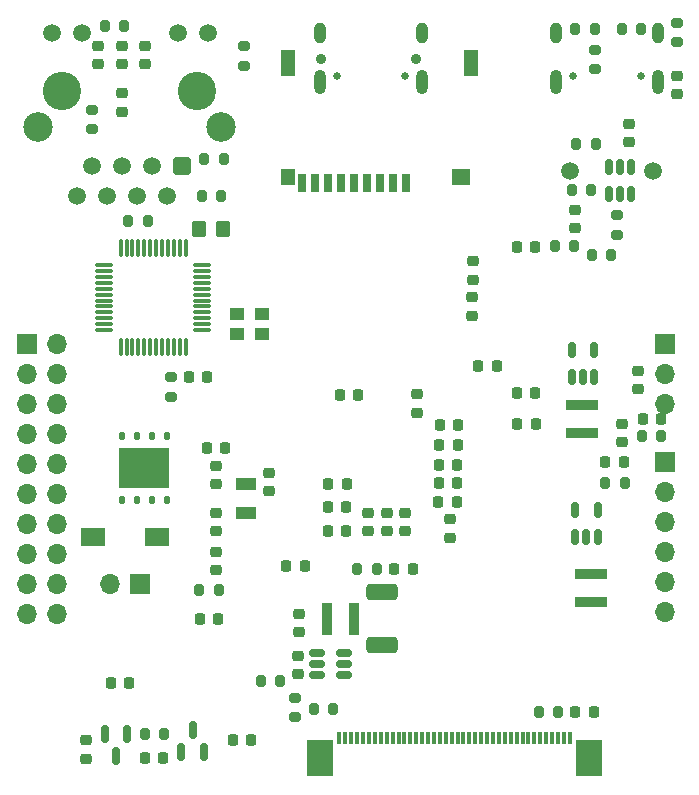
<source format=gbr>
%TF.GenerationSoftware,KiCad,Pcbnew,8.0.4-8.0.4-0~ubuntu24.04.1*%
%TF.CreationDate,2024-08-30T09:50:50+03:00*%
%TF.ProjectId,displinux,64697370-6c69-46e7-9578-2e6b69636164,rev?*%
%TF.SameCoordinates,Original*%
%TF.FileFunction,Soldermask,Bot*%
%TF.FilePolarity,Negative*%
%FSLAX46Y46*%
G04 Gerber Fmt 4.6, Leading zero omitted, Abs format (unit mm)*
G04 Created by KiCad (PCBNEW 8.0.4-8.0.4-0~ubuntu24.04.1) date 2024-08-30 09:50:50*
%MOMM*%
%LPD*%
G01*
G04 APERTURE LIST*
G04 Aperture macros list*
%AMRoundRect*
0 Rectangle with rounded corners*
0 $1 Rounding radius*
0 $2 $3 $4 $5 $6 $7 $8 $9 X,Y pos of 4 corners*
0 Add a 4 corners polygon primitive as box body*
4,1,4,$2,$3,$4,$5,$6,$7,$8,$9,$2,$3,0*
0 Add four circle primitives for the rounded corners*
1,1,$1+$1,$2,$3*
1,1,$1+$1,$4,$5*
1,1,$1+$1,$6,$7*
1,1,$1+$1,$8,$9*
0 Add four rect primitives between the rounded corners*
20,1,$1+$1,$2,$3,$4,$5,0*
20,1,$1+$1,$4,$5,$6,$7,0*
20,1,$1+$1,$6,$7,$8,$9,0*
20,1,$1+$1,$8,$9,$2,$3,0*%
G04 Aperture macros list end*
%ADD10RoundRect,0.200000X0.200000X0.275000X-0.200000X0.275000X-0.200000X-0.275000X0.200000X-0.275000X0*%
%ADD11RoundRect,0.250000X0.350000X0.450000X-0.350000X0.450000X-0.350000X-0.450000X0.350000X-0.450000X0*%
%ADD12C,0.650000*%
%ADD13O,1.000000X2.100000*%
%ADD14O,1.000000X1.800000*%
%ADD15R,1.700000X1.700000*%
%ADD16O,1.700000X1.700000*%
%ADD17C,3.250000*%
%ADD18RoundRect,0.250500X0.499500X0.499500X-0.499500X0.499500X-0.499500X-0.499500X0.499500X-0.499500X0*%
%ADD19C,1.500000*%
%ADD20C,2.500000*%
%ADD21RoundRect,0.225000X0.250000X-0.225000X0.250000X0.225000X-0.250000X0.225000X-0.250000X-0.225000X0*%
%ADD22RoundRect,0.225000X-0.225000X-0.250000X0.225000X-0.250000X0.225000X0.250000X-0.225000X0.250000X0*%
%ADD23RoundRect,0.125000X-0.125000X0.250000X-0.125000X-0.250000X0.125000X-0.250000X0.125000X0.250000X0*%
%ADD24R,4.300000X3.400000*%
%ADD25RoundRect,0.150000X-0.150000X0.587500X-0.150000X-0.587500X0.150000X-0.587500X0.150000X0.587500X0*%
%ADD26RoundRect,0.225000X0.225000X0.250000X-0.225000X0.250000X-0.225000X-0.250000X0.225000X-0.250000X0*%
%ADD27R,1.800000X1.000000*%
%ADD28R,2.800000X0.850000*%
%ADD29RoundRect,0.200000X-0.200000X-0.275000X0.200000X-0.275000X0.200000X0.275000X-0.200000X0.275000X0*%
%ADD30R,1.300000X1.100000*%
%ADD31R,0.850000X2.800000*%
%ADD32RoundRect,0.200000X-0.275000X0.200000X-0.275000X-0.200000X0.275000X-0.200000X0.275000X0.200000X0*%
%ADD33RoundRect,0.225000X-0.250000X0.225000X-0.250000X-0.225000X0.250000X-0.225000X0.250000X0.225000X0*%
%ADD34C,0.900000*%
%ADD35R,0.700000X1.600000*%
%ADD36R,1.200000X2.200000*%
%ADD37R,1.600000X1.400000*%
%ADD38R,1.200000X1.400000*%
%ADD39RoundRect,0.075000X-0.662500X-0.075000X0.662500X-0.075000X0.662500X0.075000X-0.662500X0.075000X0*%
%ADD40RoundRect,0.075000X-0.075000X-0.662500X0.075000X-0.662500X0.075000X0.662500X-0.075000X0.662500X0*%
%ADD41RoundRect,0.250000X1.075000X-0.425000X1.075000X0.425000X-1.075000X0.425000X-1.075000X-0.425000X0*%
%ADD42R,2.000000X1.600000*%
%ADD43RoundRect,0.150000X-0.150000X0.512500X-0.150000X-0.512500X0.150000X-0.512500X0.150000X0.512500X0*%
%ADD44RoundRect,0.150000X0.150000X-0.512500X0.150000X0.512500X-0.150000X0.512500X-0.150000X-0.512500X0*%
%ADD45R,0.300000X1.100000*%
%ADD46R,2.300000X3.100000*%
%ADD47RoundRect,0.150000X0.150000X-0.587500X0.150000X0.587500X-0.150000X0.587500X-0.150000X-0.587500X0*%
%ADD48RoundRect,0.150000X0.512500X0.150000X-0.512500X0.150000X-0.512500X-0.150000X0.512500X-0.150000X0*%
%ADD49RoundRect,0.200000X0.275000X-0.200000X0.275000X0.200000X-0.275000X0.200000X-0.275000X-0.200000X0*%
G04 APERTURE END LIST*
D10*
%TO.C,R54*%
X236935000Y-108180000D03*
X235285000Y-108180000D03*
%TD*%
D11*
%TO.C,R29*%
X232075000Y-69910000D03*
X230075000Y-69910000D03*
%TD*%
D12*
%TO.C,J1*%
X267490000Y-57000000D03*
X261710000Y-57000000D03*
D13*
X268920000Y-57520000D03*
D14*
X268920000Y-53320000D03*
D13*
X260280000Y-57520000D03*
D14*
X260280000Y-53320000D03*
%TD*%
D15*
%TO.C,J4*%
X215460000Y-79680000D03*
D16*
X218000000Y-79680000D03*
X215460000Y-82220000D03*
X218000000Y-82220000D03*
X215460000Y-84760000D03*
X218000000Y-84760000D03*
X215460000Y-87300000D03*
X218000000Y-87300000D03*
X215460000Y-89840000D03*
X218000000Y-89840000D03*
X215460000Y-92380000D03*
X218000000Y-92380000D03*
X215460000Y-94920000D03*
X218000000Y-94920000D03*
X215460000Y-97460000D03*
X218000000Y-97460000D03*
X215460000Y-100000000D03*
X218000000Y-100000000D03*
X215460000Y-102540000D03*
X218000000Y-102540000D03*
%TD*%
D17*
%TO.C,J5*%
X229915000Y-58290000D03*
X218485000Y-58290000D03*
D18*
X228640000Y-64650000D03*
D19*
X227380000Y-67190000D03*
X226100000Y-64650000D03*
X224840000Y-67190000D03*
X223560000Y-64650000D03*
X222300000Y-67190000D03*
X221020000Y-64650000D03*
X219760000Y-67190000D03*
X230825000Y-53390000D03*
X228285000Y-53390000D03*
X220115000Y-53390000D03*
X217575000Y-53390000D03*
D20*
X231945000Y-61340000D03*
X216455000Y-61340000D03*
%TD*%
D15*
%TO.C,J10*%
X269500000Y-79670000D03*
D16*
X269500000Y-82210000D03*
X269500000Y-84750000D03*
%TD*%
D12*
%TO.C,J2*%
X247500000Y-57000000D03*
X241720000Y-57000000D03*
D13*
X248930000Y-57520000D03*
D14*
X248930000Y-53320000D03*
D13*
X240290000Y-57520000D03*
D14*
X240290000Y-53320000D03*
%TD*%
D19*
%TO.C,J3*%
X268500000Y-65000000D03*
X261500000Y-65000000D03*
%TD*%
D15*
%TO.C,J7*%
X269500000Y-89650000D03*
D16*
X269500000Y-92190000D03*
X269500000Y-94730000D03*
X269500000Y-97270000D03*
X269500000Y-99810000D03*
X269500000Y-102350000D03*
%TD*%
D15*
%TO.C,J9*%
X225040000Y-100000000D03*
D16*
X222500000Y-100000000D03*
%TD*%
D21*
%TO.C,C10*%
X223500000Y-60000000D03*
X223500000Y-58450000D03*
%TD*%
D22*
%TO.C,C3*%
X256935000Y-71470000D03*
X258485000Y-71470000D03*
%TD*%
D23*
%TO.C,U8*%
X223520000Y-87450000D03*
X224790000Y-87450000D03*
X226060000Y-87450000D03*
X227330000Y-87450000D03*
X227330000Y-92850000D03*
X226060000Y-92850000D03*
X224790000Y-92850000D03*
X223520000Y-92850000D03*
D24*
X225425000Y-90150000D03*
%TD*%
D25*
%TO.C,U5*%
X222060000Y-112700000D03*
X223960000Y-112700000D03*
X223010000Y-114575000D03*
%TD*%
D22*
%TO.C,C58*%
X253712500Y-81562500D03*
X255262500Y-81562500D03*
%TD*%
D10*
%TO.C,R41*%
X245080000Y-98760000D03*
X243430000Y-98760000D03*
%TD*%
%TO.C,R3*%
X267505000Y-53010000D03*
X265855000Y-53010000D03*
%TD*%
D21*
%TO.C,C46*%
X247500000Y-95500000D03*
X247500000Y-93950000D03*
%TD*%
D26*
%TO.C,C19*%
X258535000Y-83840000D03*
X256985000Y-83840000D03*
%TD*%
D27*
%TO.C,Y2*%
X234000000Y-91500000D03*
X234000000Y-94000000D03*
%TD*%
D28*
%TO.C,L2*%
X263220000Y-101530000D03*
X263220000Y-99180000D03*
%TD*%
D21*
%TO.C,C49*%
X244350000Y-95500000D03*
X244350000Y-93950000D03*
%TD*%
D29*
%TO.C,R21*%
X222080000Y-52780000D03*
X223730000Y-52780000D03*
%TD*%
D21*
%TO.C,C5*%
X253200000Y-77280000D03*
X253200000Y-75730000D03*
%TD*%
D30*
%TO.C,X1*%
X235400000Y-78800000D03*
X233300000Y-78800000D03*
X233300000Y-77150000D03*
X235400000Y-77150000D03*
%TD*%
D22*
%TO.C,C13*%
X246595000Y-98740000D03*
X248145000Y-98740000D03*
%TD*%
D31*
%TO.C,L3*%
X240855000Y-102990000D03*
X243205000Y-102990000D03*
%TD*%
D32*
%TO.C,R33*%
X238160000Y-109635000D03*
X238160000Y-111285000D03*
%TD*%
D33*
%TO.C,C17*%
X265900000Y-86450000D03*
X265900000Y-88000000D03*
%TD*%
D29*
%TO.C,R49*%
X263310000Y-72160000D03*
X264960000Y-72160000D03*
%TD*%
D21*
%TO.C,C54*%
X238530000Y-104095000D03*
X238530000Y-102545000D03*
%TD*%
D26*
%TO.C,C43*%
X227010000Y-114700000D03*
X225460000Y-114700000D03*
%TD*%
D21*
%TO.C,C65*%
X261890000Y-69845000D03*
X261890000Y-68295000D03*
%TD*%
D22*
%TO.C,C40*%
X240950000Y-95500000D03*
X242500000Y-95500000D03*
%TD*%
D32*
%TO.C,R2*%
X270500000Y-52500000D03*
X270500000Y-54150000D03*
%TD*%
D22*
%TO.C,C20*%
X229165000Y-82470000D03*
X230715000Y-82470000D03*
%TD*%
D33*
%TO.C,C9*%
X221500000Y-54450000D03*
X221500000Y-56000000D03*
%TD*%
%TO.C,C53*%
X238390000Y-106095000D03*
X238390000Y-107645000D03*
%TD*%
D22*
%TO.C,C14*%
X261925000Y-110860000D03*
X263475000Y-110860000D03*
%TD*%
D26*
%TO.C,C50*%
X251950000Y-88250000D03*
X250400000Y-88250000D03*
%TD*%
D34*
%TO.C,XS1*%
X248390000Y-55510000D03*
X240390000Y-55510000D03*
D35*
X247590000Y-66010000D03*
X246490000Y-66010000D03*
X245390000Y-66010000D03*
X244290000Y-66010000D03*
X243190000Y-66010000D03*
X242090000Y-66010000D03*
X240990000Y-66010000D03*
X239890000Y-66010000D03*
X238790000Y-66010000D03*
D36*
X253090000Y-55910000D03*
D37*
X252190000Y-65510000D03*
D38*
X237590000Y-65510000D03*
D36*
X237590000Y-55910000D03*
%TD*%
D26*
%TO.C,C47*%
X243550000Y-84030000D03*
X242000000Y-84030000D03*
%TD*%
%TO.C,C42*%
X234460000Y-113200000D03*
X232910000Y-113200000D03*
%TD*%
%TO.C,C48*%
X251900000Y-89950000D03*
X250350000Y-89950000D03*
%TD*%
D39*
%TO.C,U1*%
X222000000Y-78500000D03*
X222000000Y-78000000D03*
X222000000Y-77500000D03*
X222000000Y-77000000D03*
X222000000Y-76500000D03*
X222000000Y-76000000D03*
X222000000Y-75500000D03*
X222000000Y-75000000D03*
X222000000Y-74500000D03*
X222000000Y-74000000D03*
X222000000Y-73500000D03*
X222000000Y-73000000D03*
D40*
X223412500Y-71587500D03*
X223912500Y-71587500D03*
X224412500Y-71587500D03*
X224912500Y-71587500D03*
X225412500Y-71587500D03*
X225912500Y-71587500D03*
X226412500Y-71587500D03*
X226912500Y-71587500D03*
X227412500Y-71587500D03*
X227912500Y-71587500D03*
X228412500Y-71587500D03*
X228912500Y-71587500D03*
D39*
X230325000Y-73000000D03*
X230325000Y-73500000D03*
X230325000Y-74000000D03*
X230325000Y-74500000D03*
X230325000Y-75000000D03*
X230325000Y-75500000D03*
X230325000Y-76000000D03*
X230325000Y-76500000D03*
X230325000Y-77000000D03*
X230325000Y-77500000D03*
X230325000Y-78000000D03*
X230325000Y-78500000D03*
D40*
X228912500Y-79912500D03*
X228412500Y-79912500D03*
X227912500Y-79912500D03*
X227412500Y-79912500D03*
X226912500Y-79912500D03*
X226412500Y-79912500D03*
X225912500Y-79912500D03*
X225412500Y-79912500D03*
X224912500Y-79912500D03*
X224412500Y-79912500D03*
X223912500Y-79912500D03*
X223412500Y-79912500D03*
%TD*%
D26*
%TO.C,C29*%
X265995000Y-89660000D03*
X264445000Y-89660000D03*
%TD*%
D33*
%TO.C,C7*%
X266490000Y-61045000D03*
X266490000Y-62595000D03*
%TD*%
D28*
%TO.C,L1*%
X262500000Y-87225000D03*
X262500000Y-84875000D03*
%TD*%
D29*
%TO.C,R48*%
X261595000Y-66630000D03*
X263245000Y-66630000D03*
%TD*%
D22*
%TO.C,C60*%
X240950000Y-93500000D03*
X242500000Y-93500000D03*
%TD*%
D10*
%TO.C,R12*%
X263635000Y-62710000D03*
X261985000Y-62710000D03*
%TD*%
D33*
%TO.C,C30*%
X235970000Y-90590000D03*
X235970000Y-92140000D03*
%TD*%
D29*
%TO.C,R9*%
X260185000Y-71410000D03*
X261835000Y-71410000D03*
%TD*%
D22*
%TO.C,C36*%
X250325000Y-93050000D03*
X251875000Y-93050000D03*
%TD*%
D32*
%TO.C,R16*%
X221000000Y-59850000D03*
X221000000Y-61500000D03*
%TD*%
D26*
%TO.C,C52*%
X239000000Y-98500000D03*
X237450000Y-98500000D03*
%TD*%
D33*
%TO.C,C37*%
X231460000Y-97280000D03*
X231460000Y-98830000D03*
%TD*%
D41*
%TO.C,D5*%
X245540000Y-105170000D03*
X245540000Y-100670000D03*
%TD*%
D26*
%TO.C,C28*%
X232275000Y-88500000D03*
X230725000Y-88500000D03*
%TD*%
D33*
%TO.C,C6*%
X267200000Y-81945000D03*
X267200000Y-83495000D03*
%TD*%
D42*
%TO.C,FEL1*%
X221100000Y-96000000D03*
X226500000Y-96000000D03*
%TD*%
D10*
%TO.C,R50*%
X269165000Y-87510000D03*
X267515000Y-87510000D03*
%TD*%
D22*
%TO.C,C4*%
X267605000Y-86050000D03*
X269155000Y-86050000D03*
%TD*%
D32*
%TO.C,R20*%
X227662500Y-82500000D03*
X227662500Y-84150000D03*
%TD*%
%TO.C,R19*%
X233870000Y-54490000D03*
X233870000Y-56140000D03*
%TD*%
D10*
%TO.C,R15*%
X232150000Y-64000000D03*
X230500000Y-64000000D03*
%TD*%
D21*
%TO.C,C61*%
X245950000Y-95500000D03*
X245950000Y-93950000D03*
%TD*%
D43*
%TO.C,U9*%
X264720000Y-64710000D03*
X265670000Y-64710000D03*
X266620000Y-64710000D03*
X266620000Y-66985000D03*
X265670000Y-66985000D03*
X264720000Y-66985000D03*
%TD*%
D21*
%TO.C,C31*%
X231500000Y-91550000D03*
X231500000Y-90000000D03*
%TD*%
D10*
%TO.C,R37*%
X260465000Y-110820000D03*
X258815000Y-110820000D03*
%TD*%
D44*
%TO.C,U4*%
X263790000Y-95990000D03*
X262840000Y-95990000D03*
X261890000Y-95990000D03*
X261890000Y-93715000D03*
X263790000Y-93715000D03*
%TD*%
D29*
%TO.C,R51*%
X261915000Y-52990000D03*
X263565000Y-52990000D03*
%TD*%
D26*
%TO.C,C39*%
X224150000Y-108370000D03*
X222600000Y-108370000D03*
%TD*%
D45*
%TO.C,J11*%
X261440000Y-113010000D03*
X260940000Y-113010000D03*
X260440000Y-113010000D03*
X259940000Y-113010000D03*
X259440000Y-113010000D03*
X258940000Y-113010000D03*
X258440000Y-113010000D03*
X257940000Y-113010000D03*
X257440000Y-113010000D03*
X256940000Y-113010000D03*
X256440000Y-113010000D03*
X255940000Y-113010000D03*
X255440000Y-113010000D03*
X254940000Y-113010000D03*
X254440000Y-113010000D03*
X253940000Y-113010000D03*
X253440000Y-113010000D03*
X252940000Y-113010000D03*
X252440000Y-113010000D03*
X251940000Y-113010000D03*
X251440000Y-113010000D03*
X250940000Y-113010000D03*
X250440000Y-113010000D03*
X249940000Y-113010000D03*
X249440000Y-113010000D03*
X248940000Y-113010000D03*
X248440000Y-113010000D03*
X247940000Y-113010000D03*
X247440000Y-113010000D03*
X246940000Y-113010000D03*
X246440000Y-113010000D03*
X245940000Y-113010000D03*
X245440000Y-113010000D03*
X244940000Y-113010000D03*
X244440000Y-113010000D03*
X243940000Y-113010000D03*
X243440000Y-113010000D03*
X242940000Y-113010000D03*
X242440000Y-113010000D03*
X241940000Y-113010000D03*
D46*
X263110000Y-114710000D03*
X240270000Y-114710000D03*
%TD*%
D22*
%TO.C,C59*%
X241000000Y-91500000D03*
X242550000Y-91500000D03*
%TD*%
D10*
%TO.C,R46*%
X241425000Y-110610000D03*
X239775000Y-110610000D03*
%TD*%
D29*
%TO.C,R45*%
X230060000Y-100500000D03*
X231710000Y-100500000D03*
%TD*%
D33*
%TO.C,C33*%
X231510000Y-93970000D03*
X231510000Y-95520000D03*
%TD*%
%TO.C,C57*%
X248500000Y-83950000D03*
X248500000Y-85500000D03*
%TD*%
D47*
%TO.C,U6*%
X230460000Y-114200000D03*
X228560000Y-114200000D03*
X229510000Y-112325000D03*
%TD*%
D33*
%TO.C,C15*%
X253210000Y-72685000D03*
X253210000Y-74235000D03*
%TD*%
D48*
%TO.C,U7*%
X242337500Y-105840000D03*
X242337500Y-106790000D03*
X242337500Y-107740000D03*
X240062500Y-107740000D03*
X240062500Y-106790000D03*
X240062500Y-105840000D03*
%TD*%
D44*
%TO.C,U2*%
X263500000Y-82500000D03*
X262550000Y-82500000D03*
X261600000Y-82500000D03*
X261600000Y-80225000D03*
X263500000Y-80225000D03*
%TD*%
D26*
%TO.C,C56*%
X231670000Y-102980000D03*
X230120000Y-102980000D03*
%TD*%
D29*
%TO.C,R13*%
X224045000Y-69270000D03*
X225695000Y-69270000D03*
%TD*%
D21*
%TO.C,C62*%
X251290000Y-96070000D03*
X251290000Y-94520000D03*
%TD*%
D49*
%TO.C,R4*%
X263600000Y-56425000D03*
X263600000Y-54775000D03*
%TD*%
D29*
%TO.C,R34*%
X264445000Y-91460000D03*
X266095000Y-91460000D03*
%TD*%
D26*
%TO.C,C27*%
X258555000Y-86490000D03*
X257005000Y-86490000D03*
%TD*%
D33*
%TO.C,C8*%
X223500000Y-54450000D03*
X223500000Y-56000000D03*
%TD*%
%TO.C,C38*%
X220480000Y-113225000D03*
X220480000Y-114775000D03*
%TD*%
D10*
%TO.C,R14*%
X231925000Y-67180000D03*
X230275000Y-67180000D03*
%TD*%
D26*
%TO.C,C51*%
X251885000Y-91420000D03*
X250335000Y-91420000D03*
%TD*%
D33*
%TO.C,C1*%
X270500000Y-57000000D03*
X270500000Y-58550000D03*
%TD*%
D32*
%TO.C,R1*%
X265440000Y-68775000D03*
X265440000Y-70425000D03*
%TD*%
D26*
%TO.C,C63*%
X252000000Y-86500000D03*
X250450000Y-86500000D03*
%TD*%
D10*
%TO.C,R38*%
X227110000Y-112700000D03*
X225460000Y-112700000D03*
%TD*%
D33*
%TO.C,C11*%
X225500000Y-54450000D03*
X225500000Y-56000000D03*
%TD*%
M02*

</source>
